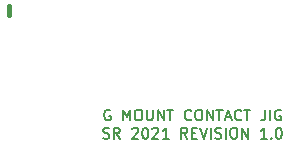
<source format=gbr>
%TF.GenerationSoftware,KiCad,Pcbnew,5.1.6*%
%TF.CreationDate,2021-03-07T15:49:58+10:30*%
%TF.ProjectId,springboard,73707269-6e67-4626-9f61-72642e6b6963,1.0*%
%TF.SameCoordinates,Original*%
%TF.FileFunction,Legend,Top*%
%TF.FilePolarity,Positive*%
%FSLAX46Y46*%
G04 Gerber Fmt 4.6, Leading zero omitted, Abs format (unit mm)*
G04 Created by KiCad (PCBNEW 5.1.6) date 2021-03-07 15:49:58*
%MOMM*%
%LPD*%
G01*
G04 APERTURE LIST*
%ADD10C,0.180000*%
%ADD11C,0.400000*%
G04 APERTURE END LIST*
D10*
X143039285Y-109635000D02*
X142953571Y-109592142D01*
X142825000Y-109592142D01*
X142696428Y-109635000D01*
X142610714Y-109720714D01*
X142567857Y-109806428D01*
X142525000Y-109977857D01*
X142525000Y-110106428D01*
X142567857Y-110277857D01*
X142610714Y-110363571D01*
X142696428Y-110449285D01*
X142825000Y-110492142D01*
X142910714Y-110492142D01*
X143039285Y-110449285D01*
X143082142Y-110406428D01*
X143082142Y-110106428D01*
X142910714Y-110106428D01*
X144153571Y-110492142D02*
X144153571Y-109592142D01*
X144453571Y-110235000D01*
X144753571Y-109592142D01*
X144753571Y-110492142D01*
X145353571Y-109592142D02*
X145525000Y-109592142D01*
X145610714Y-109635000D01*
X145696428Y-109720714D01*
X145739285Y-109892142D01*
X145739285Y-110192142D01*
X145696428Y-110363571D01*
X145610714Y-110449285D01*
X145525000Y-110492142D01*
X145353571Y-110492142D01*
X145267857Y-110449285D01*
X145182142Y-110363571D01*
X145139285Y-110192142D01*
X145139285Y-109892142D01*
X145182142Y-109720714D01*
X145267857Y-109635000D01*
X145353571Y-109592142D01*
X146125000Y-109592142D02*
X146125000Y-110320714D01*
X146167857Y-110406428D01*
X146210714Y-110449285D01*
X146296428Y-110492142D01*
X146467857Y-110492142D01*
X146553571Y-110449285D01*
X146596428Y-110406428D01*
X146639285Y-110320714D01*
X146639285Y-109592142D01*
X147067857Y-110492142D02*
X147067857Y-109592142D01*
X147582142Y-110492142D01*
X147582142Y-109592142D01*
X147882142Y-109592142D02*
X148396428Y-109592142D01*
X148139285Y-110492142D02*
X148139285Y-109592142D01*
X149896428Y-110406428D02*
X149853571Y-110449285D01*
X149725000Y-110492142D01*
X149639285Y-110492142D01*
X149510714Y-110449285D01*
X149425000Y-110363571D01*
X149382142Y-110277857D01*
X149339285Y-110106428D01*
X149339285Y-109977857D01*
X149382142Y-109806428D01*
X149425000Y-109720714D01*
X149510714Y-109635000D01*
X149639285Y-109592142D01*
X149725000Y-109592142D01*
X149853571Y-109635000D01*
X149896428Y-109677857D01*
X150453571Y-109592142D02*
X150625000Y-109592142D01*
X150710714Y-109635000D01*
X150796428Y-109720714D01*
X150839285Y-109892142D01*
X150839285Y-110192142D01*
X150796428Y-110363571D01*
X150710714Y-110449285D01*
X150625000Y-110492142D01*
X150453571Y-110492142D01*
X150367857Y-110449285D01*
X150282142Y-110363571D01*
X150239285Y-110192142D01*
X150239285Y-109892142D01*
X150282142Y-109720714D01*
X150367857Y-109635000D01*
X150453571Y-109592142D01*
X151225000Y-110492142D02*
X151225000Y-109592142D01*
X151739285Y-110492142D01*
X151739285Y-109592142D01*
X152039285Y-109592142D02*
X152553571Y-109592142D01*
X152296428Y-110492142D02*
X152296428Y-109592142D01*
X152810714Y-110235000D02*
X153239285Y-110235000D01*
X152725000Y-110492142D02*
X153025000Y-109592142D01*
X153325000Y-110492142D01*
X154139285Y-110406428D02*
X154096428Y-110449285D01*
X153967857Y-110492142D01*
X153882142Y-110492142D01*
X153753571Y-110449285D01*
X153667857Y-110363571D01*
X153625000Y-110277857D01*
X153582142Y-110106428D01*
X153582142Y-109977857D01*
X153625000Y-109806428D01*
X153667857Y-109720714D01*
X153753571Y-109635000D01*
X153882142Y-109592142D01*
X153967857Y-109592142D01*
X154096428Y-109635000D01*
X154139285Y-109677857D01*
X154396428Y-109592142D02*
X154910714Y-109592142D01*
X154653571Y-110492142D02*
X154653571Y-109592142D01*
X156153571Y-109592142D02*
X156153571Y-110235000D01*
X156110714Y-110363571D01*
X156025000Y-110449285D01*
X155896428Y-110492142D01*
X155810714Y-110492142D01*
X156582142Y-110492142D02*
X156582142Y-109592142D01*
X157482142Y-109635000D02*
X157396428Y-109592142D01*
X157267857Y-109592142D01*
X157139285Y-109635000D01*
X157053571Y-109720714D01*
X157010714Y-109806428D01*
X156967857Y-109977857D01*
X156967857Y-110106428D01*
X157010714Y-110277857D01*
X157053571Y-110363571D01*
X157139285Y-110449285D01*
X157267857Y-110492142D01*
X157353571Y-110492142D01*
X157482142Y-110449285D01*
X157525000Y-110406428D01*
X157525000Y-110106428D01*
X157353571Y-110106428D01*
X142460714Y-111979285D02*
X142589285Y-112022142D01*
X142803571Y-112022142D01*
X142889285Y-111979285D01*
X142932142Y-111936428D01*
X142975000Y-111850714D01*
X142975000Y-111765000D01*
X142932142Y-111679285D01*
X142889285Y-111636428D01*
X142803571Y-111593571D01*
X142632142Y-111550714D01*
X142546428Y-111507857D01*
X142503571Y-111465000D01*
X142460714Y-111379285D01*
X142460714Y-111293571D01*
X142503571Y-111207857D01*
X142546428Y-111165000D01*
X142632142Y-111122142D01*
X142846428Y-111122142D01*
X142975000Y-111165000D01*
X143875000Y-112022142D02*
X143575000Y-111593571D01*
X143360714Y-112022142D02*
X143360714Y-111122142D01*
X143703571Y-111122142D01*
X143789285Y-111165000D01*
X143832142Y-111207857D01*
X143875000Y-111293571D01*
X143875000Y-111422142D01*
X143832142Y-111507857D01*
X143789285Y-111550714D01*
X143703571Y-111593571D01*
X143360714Y-111593571D01*
X144903571Y-111207857D02*
X144946428Y-111165000D01*
X145032142Y-111122142D01*
X145246428Y-111122142D01*
X145332142Y-111165000D01*
X145375000Y-111207857D01*
X145417857Y-111293571D01*
X145417857Y-111379285D01*
X145375000Y-111507857D01*
X144860714Y-112022142D01*
X145417857Y-112022142D01*
X145975000Y-111122142D02*
X146060714Y-111122142D01*
X146146428Y-111165000D01*
X146189285Y-111207857D01*
X146232142Y-111293571D01*
X146275000Y-111465000D01*
X146275000Y-111679285D01*
X146232142Y-111850714D01*
X146189285Y-111936428D01*
X146146428Y-111979285D01*
X146060714Y-112022142D01*
X145975000Y-112022142D01*
X145889285Y-111979285D01*
X145846428Y-111936428D01*
X145803571Y-111850714D01*
X145760714Y-111679285D01*
X145760714Y-111465000D01*
X145803571Y-111293571D01*
X145846428Y-111207857D01*
X145889285Y-111165000D01*
X145975000Y-111122142D01*
X146617857Y-111207857D02*
X146660714Y-111165000D01*
X146746428Y-111122142D01*
X146960714Y-111122142D01*
X147046428Y-111165000D01*
X147089285Y-111207857D01*
X147132142Y-111293571D01*
X147132142Y-111379285D01*
X147089285Y-111507857D01*
X146575000Y-112022142D01*
X147132142Y-112022142D01*
X147989285Y-112022142D02*
X147475000Y-112022142D01*
X147732142Y-112022142D02*
X147732142Y-111122142D01*
X147646428Y-111250714D01*
X147560714Y-111336428D01*
X147475000Y-111379285D01*
X149575000Y-112022142D02*
X149275000Y-111593571D01*
X149060714Y-112022142D02*
X149060714Y-111122142D01*
X149403571Y-111122142D01*
X149489285Y-111165000D01*
X149532142Y-111207857D01*
X149575000Y-111293571D01*
X149575000Y-111422142D01*
X149532142Y-111507857D01*
X149489285Y-111550714D01*
X149403571Y-111593571D01*
X149060714Y-111593571D01*
X149960714Y-111550714D02*
X150260714Y-111550714D01*
X150389285Y-112022142D02*
X149960714Y-112022142D01*
X149960714Y-111122142D01*
X150389285Y-111122142D01*
X150646428Y-111122142D02*
X150946428Y-112022142D01*
X151246428Y-111122142D01*
X151546428Y-112022142D02*
X151546428Y-111122142D01*
X151932142Y-111979285D02*
X152060714Y-112022142D01*
X152275000Y-112022142D01*
X152360714Y-111979285D01*
X152403571Y-111936428D01*
X152446428Y-111850714D01*
X152446428Y-111765000D01*
X152403571Y-111679285D01*
X152360714Y-111636428D01*
X152275000Y-111593571D01*
X152103571Y-111550714D01*
X152017857Y-111507857D01*
X151975000Y-111465000D01*
X151932142Y-111379285D01*
X151932142Y-111293571D01*
X151975000Y-111207857D01*
X152017857Y-111165000D01*
X152103571Y-111122142D01*
X152317857Y-111122142D01*
X152446428Y-111165000D01*
X152832142Y-112022142D02*
X152832142Y-111122142D01*
X153432142Y-111122142D02*
X153603571Y-111122142D01*
X153689285Y-111165000D01*
X153775000Y-111250714D01*
X153817857Y-111422142D01*
X153817857Y-111722142D01*
X153775000Y-111893571D01*
X153689285Y-111979285D01*
X153603571Y-112022142D01*
X153432142Y-112022142D01*
X153346428Y-111979285D01*
X153260714Y-111893571D01*
X153217857Y-111722142D01*
X153217857Y-111422142D01*
X153260714Y-111250714D01*
X153346428Y-111165000D01*
X153432142Y-111122142D01*
X154203571Y-112022142D02*
X154203571Y-111122142D01*
X154717857Y-112022142D01*
X154717857Y-111122142D01*
X156303571Y-112022142D02*
X155789285Y-112022142D01*
X156046428Y-112022142D02*
X156046428Y-111122142D01*
X155960714Y-111250714D01*
X155875000Y-111336428D01*
X155789285Y-111379285D01*
X156689285Y-111936428D02*
X156732142Y-111979285D01*
X156689285Y-112022142D01*
X156646428Y-111979285D01*
X156689285Y-111936428D01*
X156689285Y-112022142D01*
X157289285Y-111122142D02*
X157375000Y-111122142D01*
X157460714Y-111165000D01*
X157503571Y-111207857D01*
X157546428Y-111293571D01*
X157589285Y-111465000D01*
X157589285Y-111679285D01*
X157546428Y-111850714D01*
X157503571Y-111936428D01*
X157460714Y-111979285D01*
X157375000Y-112022142D01*
X157289285Y-112022142D01*
X157203571Y-111979285D01*
X157160714Y-111936428D01*
X157117857Y-111850714D01*
X157075000Y-111679285D01*
X157075000Y-111465000D01*
X157117857Y-111293571D01*
X157160714Y-111207857D01*
X157203571Y-111165000D01*
X157289285Y-111122142D01*
D11*
X134500000Y-100800000D02*
X134500000Y-101600000D01*
M02*

</source>
